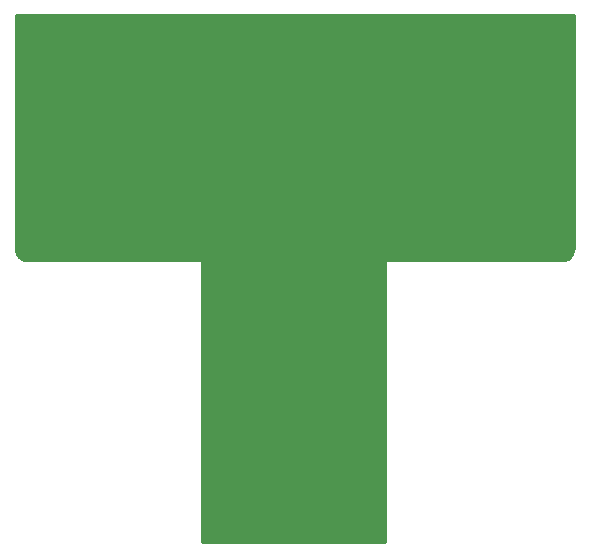
<source format=gts>
%FSTAX24Y24*%
%MOIN*%
%IN card16drill..gts *%
%ADD10C,0.0100*%
%ADD11C,0.0800*%
D11*X011535Y005662D03*X008535Y011662D03*Y010662D03*Y009662D03*
Y008662D03*Y007662D03*Y006662D03*Y005662D03*X011535Y006662D03*
Y007662D03*Y008662D03*Y009662D03*Y010662D03*Y011662D03*Y012662D03*
X008535D03*X018535Y014537D03*X016535D03*X014535D03*X012535D03*
X010535D03*X008535D03*X006535D03*X004535D03*X002535D03*
X003535Y016287D03*X005535D03*X007535D03*X009535D03*X011535D03*
X013535D03*X015535D03*X017535D03*D10*X00696Y003312D02*G01X01306D01*
X00696Y003362D02*X01306D01*X00696Y003412D02*X01306D01*X00696Y003462D02*
X01306D01*X00696Y003512D02*X01306D01*X00696Y003562D02*X01306D01*
X00696Y003612D02*X01306D01*X00696Y003662D02*X01306D01*X00696Y003712D02*
X01306D01*X00696Y003762D02*X01306D01*X00696Y003812D02*X01306D01*
X00696Y003862D02*X01306D01*X00696Y003911D02*X01306D01*X00696Y003961D02*
X01306D01*X00696Y004011D02*X01306D01*X00696Y004061D02*X01306D01*
X00696Y004111D02*X01306D01*X00696Y004161D02*X01306D01*X00696Y004211D02*
X01306D01*X00696Y004261D02*X01306D01*X00696Y004311D02*X01306D01*
X00696Y004361D02*X01306D01*X00696Y004411D02*X01306D01*X00696Y004461D02*
X01306D01*X00696Y004511D02*X01306D01*X00696Y004561D02*X01306D01*
X00696Y00461D02*X01306D01*X00696Y00466D02*X01306D01*X00696Y00471D02*
X01306D01*X00696Y00476D02*X01306D01*X00696Y00481D02*X01306D01*
X00696Y00486D02*X01306D01*X00696Y00491D02*X01306D01*X00696Y00496D02*
X01306D01*X00696Y00501D02*X01306D01*X00696Y00506D02*X01306D01*
X00696Y00511D02*X01306D01*X00696Y00516D02*X01306D01*X00696Y00521D02*
X01306D01*X00696Y00526D02*X01306D01*X00696Y005309D02*X01306D01*
X00696Y005359D02*X01306D01*X00696Y005409D02*X01306D01*X00696Y005459D02*
X01306D01*X00696Y005509D02*X01306D01*X00696Y005559D02*X01306D01*
X00696Y005609D02*X01306D01*X00696Y005659D02*X01306D01*X00696Y005709D02*
X01306D01*X00696Y005759D02*X01306D01*X00696Y005809D02*X01306D01*
X00696Y005859D02*X01306D01*X00696Y005909D02*X01306D01*X00696Y005959D02*
X01306D01*X00696Y006009D02*X01306D01*X00696Y006058D02*X01306D01*
X00696Y006108D02*X01306D01*X00696Y006158D02*X01306D01*X00696Y006208D02*
X01306D01*X00696Y006258D02*X01306D01*X00696Y006308D02*X01306D01*
X00696Y006358D02*X01306D01*X00696Y006408D02*X01306D01*X00696Y006458D02*
X01306D01*X00696Y006508D02*X01306D01*X00696Y006558D02*X01306D01*
X00696Y006608D02*X01306D01*X00696Y006658D02*X01306D01*X00696Y006708D02*
X01306D01*X00696Y006757D02*X01306D01*X00696Y006807D02*X01306D01*
X00696Y006857D02*X01306D01*X00696Y006907D02*X01306D01*X00696Y006957D02*
X01306D01*X00696Y007007D02*X01306D01*X00696Y007057D02*X01306D01*
X00696Y007107D02*X01306D01*X00696Y007157D02*X01306D01*X00696Y007207D02*
X01306D01*X00696Y007257D02*X01306D01*X00696Y007307D02*X01306D01*
X00696Y007357D02*X01306D01*X00696Y007407D02*X01306D01*X00696Y007456D02*
X01306D01*X00696Y007506D02*X01306D01*X00696Y007556D02*X01306D01*
X00696Y007606D02*X01306D01*X00696Y007656D02*X01306D01*X00696Y007706D02*
X01306D01*X00696Y007756D02*X01306D01*X00696Y007806D02*X01306D01*
X00696Y007856D02*X01306D01*X00696Y007906D02*X01306D01*X00696Y007956D02*
X01306D01*X00696Y008006D02*X01306D01*X00696Y008056D02*X01306D01*
X00696Y008106D02*X01306D01*X00696Y008155D02*X01306D01*X00696Y008205D02*
X01306D01*X00696Y008255D02*X01306D01*X00696Y008305D02*X01306D01*
X00696Y008355D02*X01306D01*X00696Y008405D02*X01306D01*X00696Y008455D02*
X01306D01*X00696Y008505D02*X01306D01*X00696Y008555D02*X01306D01*
X00696Y008605D02*X01306D01*X00696Y008655D02*X01306D01*X00696Y008705D02*
X01306D01*X00696Y008755D02*X01306D01*X00696Y008805D02*X01306D01*
X00696Y008854D02*X01306D01*X00696Y008904D02*X01306D01*X00696Y008954D02*
X01306D01*X00696Y009004D02*X01306D01*X00696Y009054D02*X01306D01*
X00696Y009104D02*X01306D01*X00696Y009154D02*X01306D01*X00696Y009204D02*
X01306D01*X00696Y009254D02*X01306D01*X00696Y009304D02*X01306D01*
X00696Y009354D02*X01306D01*X00696Y009404D02*X01306D01*X00696Y009454D02*
X01306D01*X00696Y009504D02*X01306D01*X00696Y009553D02*X01306D01*
X00696Y009603D02*X01306D01*X00696Y009653D02*X01306D01*X00696Y009703D02*
X01306D01*X00696Y009753D02*X01306D01*X00696Y009803D02*X01306D01*
X00696Y009853D02*X01306D01*X00696Y009903D02*X01306D01*X00696Y009953D02*
X01306D01*X00696Y010003D02*X01306D01*X00696Y010053D02*X01306D01*
X00696Y010103D02*X01306D01*X00696Y010153D02*X01306D01*X00696Y010203D02*
X01306D01*X00696Y010252D02*X01306D01*X00696Y010302D02*X01306D01*
X00696Y010352D02*X01306D01*X00696Y010402D02*X01306D01*X00696Y010452D02*
X01306D01*X00696Y010502D02*X01306D01*X00696Y010552D02*X01306D01*
X00696Y010602D02*X01306D01*X00696Y010652D02*X01306D01*X00696Y010702D02*
X01306D01*X00696Y010752D02*X01306D01*X00696Y010802D02*X01306D01*
X00696Y010852D02*X01306D01*X00696Y010902D02*X01306D01*X00696Y010951D02*
X01306D01*X00696Y011001D02*X01306D01*X00696Y011051D02*X01306D01*
X00696Y011101D02*X01306D01*X00696Y011151D02*X01306D01*X00696Y011201D02*
X01306D01*X00696Y011251D02*X01306D01*X00696Y011301D02*X01306D01*
X00696Y011351D02*X01306D01*X00696Y011401D02*X01306D01*X00696Y011451D02*
X01306D01*X00696Y011501D02*X01306D01*X00696Y011551D02*X01306D01*
X00696Y011601D02*X01306D01*X00696Y01165D02*X01306D01*X00696Y0117D02*
X01306D01*X00696Y01175D02*X01306D01*X00696Y0118D02*X01306D01*
X00696Y01185D02*X01306D01*X00696Y0119D02*X01306D01*X00696Y01195D02*
X01306D01*X00696Y012D02*X01306D01*X00696Y01205D02*X01306D01*
X00696Y0121D02*X01306D01*X00696Y01215D02*X01306D01*X00696Y0122D02*
X01306D01*X00696Y01225D02*X01306D01*X00696Y0123D02*X01306D01*
X00696Y012349D02*X01306D01*X00696Y012399D02*X01306D01*X00696Y012449D02*
X01306D01*X00696Y012499D02*X01306D01*X00696Y012549D02*X01306D01*
X00696Y012599D02*X01306D01*X00696Y012649D02*X01306D01*X00696Y012699D02*
X01306D01*X001001Y012749D02*X019119D01*X000917Y012799D02*X019203D01*
X000862Y012849D02*X019258D01*X000824Y012899D02*X019296D01*
X000799Y012949D02*X019322D01*X000778Y012999D02*X019342D01*
X000769Y013048D02*X019352D01*X000762Y013098D02*X019358D01*
X00076Y013148D02*X01936D01*X00076Y013198D02*X01936D01*X00076Y013248D02*
X01936D01*X00076Y013298D02*X01936D01*X00076Y013348D02*X01936D01*
X00076Y013398D02*X01936D01*X00076Y013448D02*X01936D01*X00076Y013498D02*
X01936D01*X00076Y013548D02*X01936D01*X00076Y013598D02*X01936D01*
X00076Y013648D02*X01936D01*X00076Y013698D02*X01936D01*X00076Y013747D02*
X01936D01*X00076Y013797D02*X01936D01*X00076Y013847D02*X01936D01*
X00076Y013897D02*X01936D01*X00076Y013947D02*X01936D01*X00076Y013997D02*
X01936D01*X00076Y014047D02*X01936D01*X00076Y014097D02*X01936D01*
X00076Y014147D02*X01936D01*X00076Y014197D02*X01936D01*X00076Y014247D02*
X01936D01*X00076Y014297D02*X01936D01*X00076Y014347D02*X01936D01*
X00076Y014397D02*X01936D01*X00076Y014446D02*X01936D01*X00076Y014496D02*
X01936D01*X00076Y014546D02*X01936D01*X00076Y014596D02*X01936D01*
X00076Y014646D02*X01936D01*X00076Y014696D02*X01936D01*X00076Y014746D02*
X01936D01*X00076Y014796D02*X01936D01*X00076Y014846D02*X01936D01*
X00076Y014896D02*X01936D01*X00076Y014946D02*X01936D01*X00076Y014996D02*
X01936D01*X00076Y015046D02*X01936D01*X00076Y015096D02*X01936D01*
X00076Y015146D02*X01936D01*X00076Y015195D02*X01936D01*X00076Y015245D02*
X01936D01*X00076Y015295D02*X01936D01*X00076Y015345D02*X01936D01*
X00076Y015395D02*X01936D01*X00076Y015445D02*X01936D01*X00076Y015495D02*
X01936D01*X00076Y015545D02*X01936D01*X00076Y015595D02*X01936D01*
X00076Y015645D02*X01936D01*X00076Y015695D02*X01936D01*X00076Y015745D02*
X01936D01*X00076Y015795D02*X01936D01*X00076Y015845D02*X01936D01*
X00076Y015894D02*X01936D01*X00076Y015944D02*X01936D01*X00076Y015994D02*
X01936D01*X00076Y016044D02*X01936D01*X00076Y016094D02*X01936D01*
X00076Y016144D02*X01936D01*X00076Y016194D02*X01936D01*X00076Y016244D02*
X01936D01*X00076Y016294D02*X01936D01*X00076Y016344D02*X01936D01*
X00076Y016394D02*X01936D01*X00076Y016444D02*X01936D01*X00076Y016494D02*
X01936D01*X00076Y016544D02*X01936D01*X00076Y016593D02*X01936D01*
X00076Y016643D02*X01936D01*X00076Y016693D02*X01936D01*X00076Y016743D02*
X01936D01*X00076Y016793D02*X01936D01*X00076Y016843D02*X01936D01*
X00076Y016893D02*X01936D01*X00076Y016943D02*X01936D01*X00076Y016993D02*
X01936D01*X00076Y017043D02*X01936D01*X00076Y017093D02*X01936D01*
X00076Y017143D02*X01936D01*X00076Y017193D02*X01936D01*X00076Y017243D02*
X01936D01*X00076Y017292D02*X01936D01*X00076Y017342D02*X01936D01*
X00076Y017392D02*X01936D01*X00076Y017442D02*X01936D01*X00076Y017492D02*
X01936D01*X00076Y017542D02*X01936D01*X00076Y017592D02*X01936D01*
X00076Y017642D02*X01936D01*X00076Y017692D02*X01936D01*X00076Y017742D02*
X01936D01*X00076Y017792D02*X01936D01*X00076Y017842D02*X01936D01*
X00076Y017892D02*X01936D01*X00076Y017942D02*X01936D01*X00076Y017991D02*
X01936D01*X00076Y018041D02*X01936D01*X00076Y018091D02*X01936D01*
X00076Y018141D02*X01936D01*X00076Y018191D02*X01936D01*X00076Y018241D02*
X01936D01*X00076Y018291D02*X01936D01*X00076Y018341D02*X01936D01*
X00076Y018391D02*X01936D01*X00076Y018441D02*X01936D01*X00076Y018491D02*
X01936D01*X00076Y018541D02*X01936D01*X00076Y018591D02*X01936D01*
X00076Y018641D02*X01936D01*X00076Y01869D02*X01936D01*X00076Y01874D02*
X01936D01*X00076Y01879D02*X01936D01*X00076Y01884D02*X01936D01*
X00076Y01889D02*X01936D01*X00076Y01894D02*X01936D01*X00076Y01899D02*
X01936D01*X00076Y01904D02*X01936D01*X00076Y01909D02*X01936D01*
X00076Y01914D02*X01936D01*X00076Y01919D02*X01936D01*X00076Y01924D02*
X01936D01*X00076Y01929D02*X01936D01*X00076Y01934D02*X01936D01*
X00076Y019389D02*X01936D01*X00076Y019439D02*X01936D01*X00076Y019489D02*
X01936D01*X00076Y019539D02*X01936D01*X00076Y019589D02*X01936D01*
X00076Y019639D02*X01936D01*X00076Y019689D02*X01936D01*X00076Y019739D02*
X01936D01*X00076Y019789D02*X01936D01*X00076Y019839D02*X01936D01*
X00076Y019889D02*X01936D01*X00076Y019939D02*X01936D01*X00076Y019989D02*
X01936D01*X00076Y020039D02*X01936D01*X00076Y020088D02*X01936D01*
X00076Y020138D02*X01936D01*X00076Y020188D02*X01936D01*X00076Y020238D02*
X01936D01*X00076Y020288D02*X01936D01*X00076Y020338D02*X01936D01*
X00076Y020388D02*X01936D01*X00076Y020438D02*X01936D01*X00076Y020488D02*
X01936D01*X00076Y020538D02*X01936D01*X00076Y020588D02*X01936D01*
X00076Y020638D02*X01936D01*X00076Y020688D02*X01936D01*X00076Y020738D02*
X01936D01*X00076Y020787D02*X01936D01*X00076Y020837D02*X01936D01*
X01306Y003312D02*X00696D01*Y012712D01*X00116D01*X001057Y012726D01*
X00096Y012766D01*X000877Y012829D01*X000814Y012912D01*X000774Y013009D01*
X00076Y013112D01*Y020887D01*X01936D01*Y013112D01*X019346Y013009D01*
X019307Y012912D01*X019243Y012829D01*X01916Y012766D01*X019064Y012726D01*
X01896Y012712D01*X01306D01*Y003312D01*
M02*
</source>
